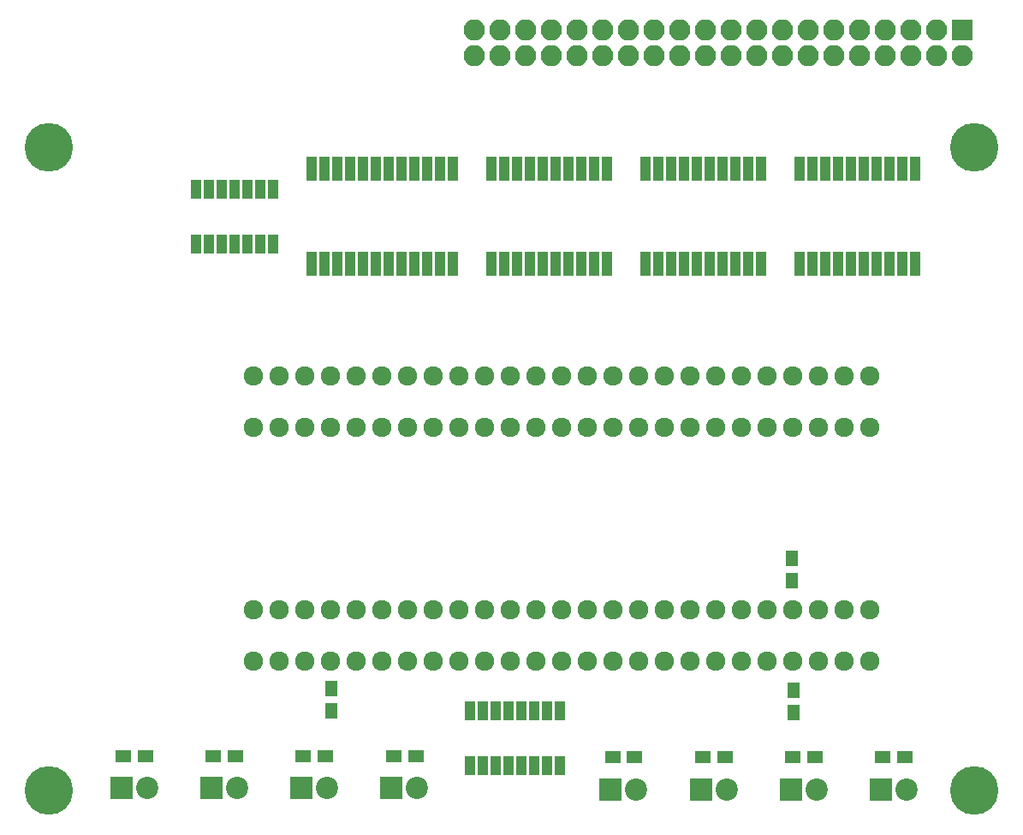
<source format=gbr>
G04 #@! TF.FileFunction,Soldermask,Bot*
%FSLAX46Y46*%
G04 Gerber Fmt 4.6, Leading zero omitted, Abs format (unit mm)*
G04 Created by KiCad (PCBNEW 4.0.7) date 11/25/18 08:17:31*
%MOMM*%
%LPD*%
G01*
G04 APERTURE LIST*
%ADD10C,0.100000*%
%ADD11C,4.800000*%
%ADD12R,2.100000X2.100000*%
%ADD13O,2.100000X2.100000*%
%ADD14R,2.200000X2.200000*%
%ADD15C,2.200000*%
%ADD16R,1.600000X1.300000*%
%ADD17R,1.300000X1.600000*%
%ADD18R,1.000000X2.350000*%
%ADD19R,1.000000X2.400000*%
%ADD20R,1.000000X1.900000*%
%ADD21C,1.924000*%
G04 APERTURE END LIST*
D10*
D11*
X206756000Y-130937000D03*
X206756000Y-67310000D03*
X115180000Y-67310000D03*
X115189000Y-130937000D03*
D12*
X205572000Y-55727600D03*
D13*
X205572000Y-58267600D03*
X203032000Y-55727600D03*
X203032000Y-58267600D03*
X200492000Y-55727600D03*
X200492000Y-58267600D03*
X197952000Y-55727600D03*
X197952000Y-58267600D03*
X195412000Y-55727600D03*
X195412000Y-58267600D03*
X192872000Y-55727600D03*
X192872000Y-58267600D03*
X190332000Y-55727600D03*
X190332000Y-58267600D03*
X187792000Y-55727600D03*
X187792000Y-58267600D03*
X185252000Y-55727600D03*
X185252000Y-58267600D03*
X182712000Y-55727600D03*
X182712000Y-58267600D03*
X180172000Y-55727600D03*
X180172000Y-58267600D03*
X177632000Y-55727600D03*
X177632000Y-58267600D03*
X175092000Y-55727600D03*
X175092000Y-58267600D03*
X172552000Y-55727600D03*
X172552000Y-58267600D03*
X170012000Y-55727600D03*
X170012000Y-58267600D03*
X167472000Y-55727600D03*
X167472000Y-58267600D03*
X164932000Y-55727600D03*
X164932000Y-58267600D03*
X162392000Y-55727600D03*
X162392000Y-58267600D03*
X159852000Y-55727600D03*
X159852000Y-58267600D03*
X157312000Y-55727600D03*
X157312000Y-58267600D03*
D14*
X131318000Y-130683000D03*
D15*
X133858000Y-130683000D03*
D14*
X140208000Y-130683000D03*
D15*
X142748000Y-130683000D03*
D14*
X122428000Y-130683000D03*
D15*
X124968000Y-130683000D03*
D16*
X197655000Y-127635000D03*
X199855000Y-127635000D03*
X188765000Y-127635000D03*
X190965000Y-127635000D03*
X131488000Y-127508000D03*
X133688000Y-127508000D03*
X140378000Y-127508000D03*
X142578000Y-127508000D03*
X179866000Y-127630000D03*
X182066000Y-127630000D03*
X122598000Y-127508000D03*
X124798000Y-127508000D03*
D17*
X188849000Y-123190000D03*
X188849000Y-120990000D03*
X143129000Y-120820000D03*
X143129000Y-123020000D03*
X188722000Y-107993000D03*
X188722000Y-110193000D03*
D18*
X185674000Y-78868000D03*
X184404000Y-78868000D03*
X183134000Y-78868000D03*
X181864000Y-78868000D03*
X180594000Y-78868000D03*
X179324000Y-78868000D03*
X178054000Y-78868000D03*
X176784000Y-78868000D03*
X175514000Y-78868000D03*
X174244000Y-78868000D03*
X174244000Y-69468000D03*
X175514000Y-69468000D03*
X176784000Y-69468000D03*
X178054000Y-69468000D03*
X179324000Y-69468000D03*
X180594000Y-69468000D03*
X181864000Y-69468000D03*
X183134000Y-69468000D03*
X184404000Y-69468000D03*
X185674000Y-69468000D03*
X170434000Y-78868000D03*
X169164000Y-78868000D03*
X167894000Y-78868000D03*
X166624000Y-78868000D03*
X165354000Y-78868000D03*
X164084000Y-78868000D03*
X162814000Y-78868000D03*
X161544000Y-78868000D03*
X160274000Y-78868000D03*
X159004000Y-78868000D03*
X159004000Y-69468000D03*
X160274000Y-69468000D03*
X161544000Y-69468000D03*
X162814000Y-69468000D03*
X164084000Y-69468000D03*
X165354000Y-69468000D03*
X166624000Y-69468000D03*
X167894000Y-69468000D03*
X169164000Y-69468000D03*
X170434000Y-69468000D03*
X200914000Y-78868000D03*
X199644000Y-78868000D03*
X198374000Y-78868000D03*
X197104000Y-78868000D03*
X195834000Y-78868000D03*
X194564000Y-78868000D03*
X193294000Y-78868000D03*
X192024000Y-78868000D03*
X190754000Y-78868000D03*
X189484000Y-78868000D03*
X189484000Y-69468000D03*
X190754000Y-69468000D03*
X192024000Y-69468000D03*
X193294000Y-69468000D03*
X194564000Y-69468000D03*
X195834000Y-69468000D03*
X197104000Y-69468000D03*
X198374000Y-69468000D03*
X199644000Y-69468000D03*
X200914000Y-69468000D03*
D19*
X155194000Y-78868000D03*
X153924000Y-78868000D03*
X152654000Y-78868000D03*
X151384000Y-78868000D03*
X150114000Y-78868000D03*
X148844000Y-78868000D03*
X147574000Y-78868000D03*
X146304000Y-78868000D03*
X145034000Y-78868000D03*
X143764000Y-78868000D03*
X142494000Y-78868000D03*
X141224000Y-78868000D03*
X141224000Y-69468000D03*
X142494000Y-69468000D03*
X143764000Y-69468000D03*
X145034000Y-69468000D03*
X146304000Y-69468000D03*
X147574000Y-69468000D03*
X148844000Y-69468000D03*
X150114000Y-69468000D03*
X151384000Y-69468000D03*
X152654000Y-69468000D03*
X153924000Y-69468000D03*
X155194000Y-69468000D03*
D20*
X137414000Y-76868000D03*
X136144000Y-76868000D03*
X134874000Y-76868000D03*
X133604000Y-76868000D03*
X132334000Y-76868000D03*
X131064000Y-76868000D03*
X129794000Y-76868000D03*
X129794000Y-71468000D03*
X131064000Y-71468000D03*
X132334000Y-71468000D03*
X133604000Y-71468000D03*
X134874000Y-71468000D03*
X136144000Y-71468000D03*
X137414000Y-71468000D03*
X165735000Y-128430000D03*
X164465000Y-128430000D03*
X163195000Y-128430000D03*
X161925000Y-128430000D03*
X160655000Y-128430000D03*
X159385000Y-128430000D03*
X158115000Y-128430000D03*
X156845000Y-128430000D03*
X156845000Y-123030000D03*
X158115000Y-123030000D03*
X159385000Y-123030000D03*
X160655000Y-123030000D03*
X161925000Y-123030000D03*
X163195000Y-123030000D03*
X164465000Y-123030000D03*
X165735000Y-123030000D03*
D14*
X149098000Y-130683000D03*
D15*
X151638000Y-130683000D03*
D14*
X170779000Y-130776000D03*
D15*
X173319000Y-130776000D03*
D16*
X149311000Y-127508000D03*
X151511000Y-127508000D03*
X170949000Y-127601000D03*
X173149000Y-127601000D03*
D21*
X196433000Y-89916000D03*
X196433000Y-94996000D03*
X193893000Y-89916000D03*
X193893000Y-94996000D03*
X191353000Y-89916000D03*
X191353000Y-94996000D03*
X188813000Y-89916000D03*
X188813000Y-94996000D03*
X186273000Y-89916000D03*
X186273000Y-94996000D03*
X183733000Y-89916000D03*
X183733000Y-94996000D03*
X181193000Y-89916000D03*
X181193000Y-94996000D03*
X178653000Y-89916000D03*
X178653000Y-94996000D03*
X176113000Y-89916000D03*
X176113000Y-94996000D03*
X173573000Y-89916000D03*
X173573000Y-94996000D03*
X171033000Y-89916000D03*
X171033000Y-94996000D03*
X168493000Y-89916000D03*
X168493000Y-94996000D03*
X165953000Y-89916000D03*
X165953000Y-94996000D03*
X163413000Y-89916000D03*
X163413000Y-94996000D03*
X160873000Y-89916000D03*
X160873000Y-94996000D03*
X158333000Y-89916000D03*
X158333000Y-94996000D03*
X155793000Y-89916000D03*
X155793000Y-94996000D03*
X153253000Y-89916000D03*
X153253000Y-94996000D03*
X150713000Y-89916000D03*
X150713000Y-94996000D03*
X148173000Y-89916000D03*
X148173000Y-94996000D03*
X145633000Y-89916000D03*
X145633000Y-94996000D03*
X143093000Y-89916000D03*
X143093000Y-94996000D03*
X140553000Y-89916000D03*
X140553000Y-94996000D03*
X138013000Y-89916000D03*
X138013000Y-94996000D03*
X135473000Y-89916000D03*
X135473000Y-94996000D03*
X196433000Y-113030000D03*
X196433000Y-118110000D03*
X193893000Y-113030000D03*
X193893000Y-118110000D03*
X191353000Y-113030000D03*
X191353000Y-118110000D03*
X188813000Y-113030000D03*
X188813000Y-118110000D03*
X186273000Y-113030000D03*
X186273000Y-118110000D03*
X183733000Y-113030000D03*
X183733000Y-118110000D03*
X181193000Y-113030000D03*
X181193000Y-118110000D03*
X178653000Y-113030000D03*
X178653000Y-118110000D03*
X176113000Y-113030000D03*
X176113000Y-118110000D03*
X173573000Y-113030000D03*
X173573000Y-118110000D03*
X171033000Y-113030000D03*
X171033000Y-118110000D03*
X168493000Y-113030000D03*
X168493000Y-118110000D03*
X165953000Y-113030000D03*
X165953000Y-118110000D03*
X163413000Y-113030000D03*
X163413000Y-118110000D03*
X160873000Y-113030000D03*
X160873000Y-118110000D03*
X158333000Y-113030000D03*
X158333000Y-118110000D03*
X155793000Y-113030000D03*
X155793000Y-118110000D03*
X153253000Y-113030000D03*
X153253000Y-118110000D03*
X150713000Y-113030000D03*
X150713000Y-118110000D03*
X148173000Y-113030000D03*
X148173000Y-118110000D03*
X145633000Y-113030000D03*
X145633000Y-118110000D03*
X143093000Y-113030000D03*
X143093000Y-118110000D03*
X140553000Y-113030000D03*
X140553000Y-118110000D03*
X138013000Y-113030000D03*
X138013000Y-118110000D03*
X135473000Y-113030000D03*
X135473000Y-118110000D03*
D14*
X179696000Y-130806000D03*
D15*
X182236000Y-130806000D03*
D14*
X188595000Y-130810000D03*
D15*
X191135000Y-130810000D03*
D14*
X197485000Y-130810000D03*
D15*
X200025000Y-130810000D03*
M02*

</source>
